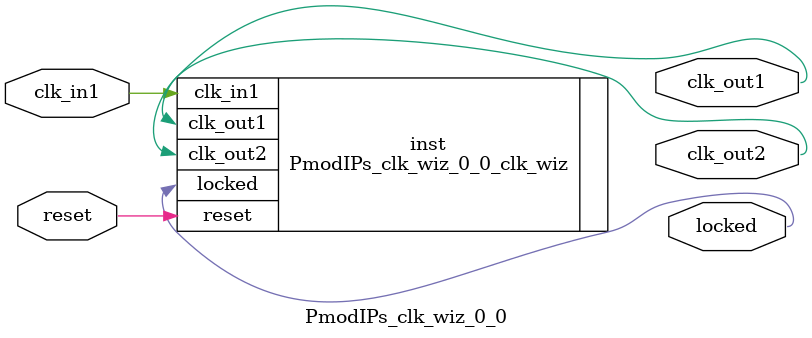
<source format=v>


`timescale 1ps/1ps

(* CORE_GENERATION_INFO = "PmodIPs_clk_wiz_0_0,clk_wiz_v6_0_13_0_0,{component_name=PmodIPs_clk_wiz_0_0,use_phase_alignment=true,use_min_o_jitter=false,use_max_i_jitter=false,use_dyn_phase_shift=false,use_inclk_switchover=false,use_dyn_reconfig=false,enable_axi=0,feedback_source=FDBK_AUTO,PRIMITIVE=MMCM,num_out_clk=2,clkin1_period=10.000,clkin2_period=10.000,use_power_down=false,use_reset=true,use_locked=true,use_inclk_stopped=false,feedback_type=SINGLE,CLOCK_MGR_TYPE=NA,manual_override=false}" *)

module PmodIPs_clk_wiz_0_0 
 (
  // Clock out ports
  output        clk_out1,
  output        clk_out2,
  // Status and control signals
  input         reset,
  output        locked,
 // Clock in ports
  input         clk_in1
 );

  PmodIPs_clk_wiz_0_0_clk_wiz inst
  (
  // Clock out ports  
  .clk_out1(clk_out1),
  .clk_out2(clk_out2),
  // Status and control signals               
  .reset(reset), 
  .locked(locked),
 // Clock in ports
  .clk_in1(clk_in1)
  );

endmodule

</source>
